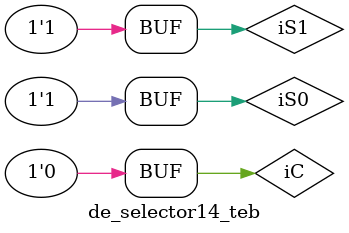
<source format=v>
`timescale 1ns / 1ps


module de_selector14_teb;  
  
// ÊäÈëºÍÊä³öÐÅºÅµÄÉùÃ÷  
    reg iC;  
    reg iS1;  
    reg iS0;  
    wire oZ0;  
    wire oZ1;  
    wire oZ2;  
    wire oZ3;  
  
// ÊµÀý»¯Êý¾Ý·ÖÅäÆ÷Ä£¿é  
    de_selector14 
    uut (.iC(iC),.iS1(iS1),.iS0(iS0),.oZ0(oZ0),.oZ1(oZ1),.oZ2(oZ2),.oZ3(oZ3));  
  
// ³õÊ¼»¯¿é£¬ÓÃÓÚÉèÖÃ²âÊÔÐòÁÐ  
initial begin  
    // ³õÊ¼»¯ÊäÈëÐÅºÅ  
    iC = 0;  
    iS1 = 0;  
    iS0 = 0;  
    // ²âÊÔÐòÁÐ  
    // ²âÊÔ iC = 0 Ê±µÄÇé¿ö  
    #10
    iC = 0; iS1 = 0; iS0 = 0;
    #10   
    iC = 0; iS1 = 0; iS0 = 1;
    #10  
    iC = 0; iS1 = 1; iS0 = 0;
    #10
    iC = 0; iS1 = 1; iS0 = 1;

    end  
 
endmodule

</source>
